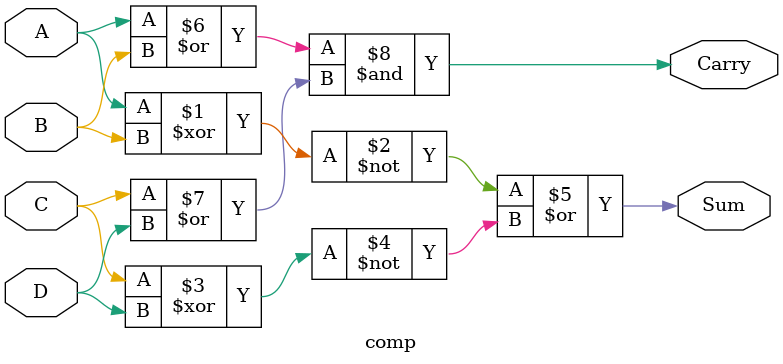
<source format=v>
`timescale 1ns / 1ps

module comp(input A,B,C,D,output Carry, Sum);
assign Sum= (~(A^B))|(~(C^D));
assign Carry = (A | B) & (C | D);

endmodule

</source>
